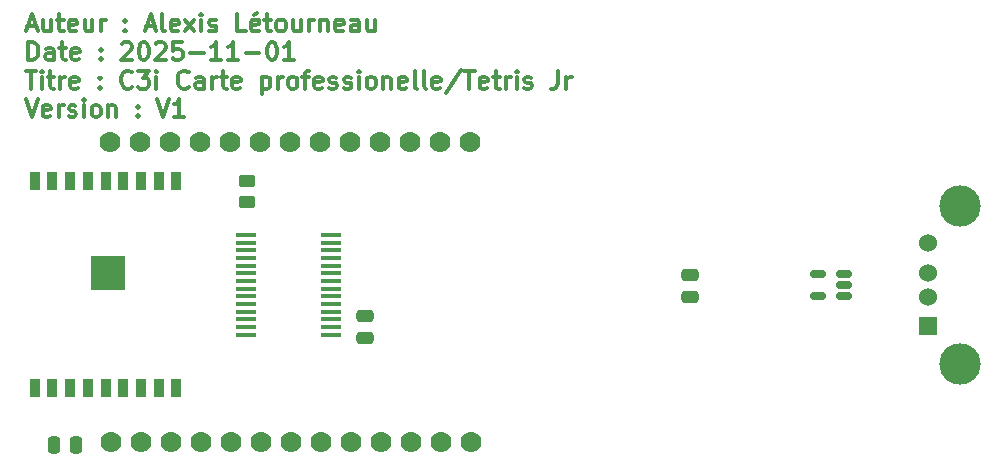
<source format=gts>
%TF.GenerationSoftware,KiCad,Pcbnew,9.0.4*%
%TF.CreationDate,2025-11-02T13:41:35-05:00*%
%TF.ProjectId,C3I_TETRIS,4333495f-5445-4545-9249-532e6b696361,rev?*%
%TF.SameCoordinates,Original*%
%TF.FileFunction,Soldermask,Top*%
%TF.FilePolarity,Negative*%
%FSLAX46Y46*%
G04 Gerber Fmt 4.6, Leading zero omitted, Abs format (unit mm)*
G04 Created by KiCad (PCBNEW 9.0.4) date 2025-11-02 13:41:35*
%MOMM*%
%LPD*%
G01*
G04 APERTURE LIST*
G04 Aperture macros list*
%AMRoundRect*
0 Rectangle with rounded corners*
0 $1 Rounding radius*
0 $2 $3 $4 $5 $6 $7 $8 $9 X,Y pos of 4 corners*
0 Add a 4 corners polygon primitive as box body*
4,1,4,$2,$3,$4,$5,$6,$7,$8,$9,$2,$3,0*
0 Add four circle primitives for the rounded corners*
1,1,$1+$1,$2,$3*
1,1,$1+$1,$4,$5*
1,1,$1+$1,$6,$7*
1,1,$1+$1,$8,$9*
0 Add four rect primitives between the rounded corners*
20,1,$1+$1,$2,$3,$4,$5,0*
20,1,$1+$1,$4,$5,$6,$7,0*
20,1,$1+$1,$6,$7,$8,$9,0*
20,1,$1+$1,$8,$9,$2,$3,0*%
G04 Aperture macros list end*
%ADD10C,0.300000*%
%ADD11RoundRect,0.150000X0.512500X0.150000X-0.512500X0.150000X-0.512500X-0.150000X0.512500X-0.150000X0*%
%ADD12C,1.778000*%
%ADD13RoundRect,0.250000X-0.475000X0.250000X-0.475000X-0.250000X0.475000X-0.250000X0.475000X0.250000X0*%
%ADD14R,1.750000X0.450000*%
%ADD15RoundRect,0.250000X0.250000X0.475000X-0.250000X0.475000X-0.250000X-0.475000X0.250000X-0.475000X0*%
%ADD16R,1.524000X1.524000*%
%ADD17C,1.524000*%
%ADD18C,3.500000*%
%ADD19RoundRect,0.250000X-0.450000X0.262500X-0.450000X-0.262500X0.450000X-0.262500X0.450000X0.262500X0*%
%ADD20R,0.900000X1.500000*%
%ADD21C,0.600000*%
%ADD22R,2.900000X2.900000*%
G04 APERTURE END LIST*
D10*
X117933082Y-72627509D02*
X118647368Y-72627509D01*
X117790225Y-73056080D02*
X118290225Y-71556080D01*
X118290225Y-71556080D02*
X118790225Y-73056080D01*
X119933082Y-72056080D02*
X119933082Y-73056080D01*
X119290224Y-72056080D02*
X119290224Y-72841794D01*
X119290224Y-72841794D02*
X119361653Y-72984652D01*
X119361653Y-72984652D02*
X119504510Y-73056080D01*
X119504510Y-73056080D02*
X119718796Y-73056080D01*
X119718796Y-73056080D02*
X119861653Y-72984652D01*
X119861653Y-72984652D02*
X119933082Y-72913223D01*
X120433082Y-72056080D02*
X121004510Y-72056080D01*
X120647367Y-71556080D02*
X120647367Y-72841794D01*
X120647367Y-72841794D02*
X120718796Y-72984652D01*
X120718796Y-72984652D02*
X120861653Y-73056080D01*
X120861653Y-73056080D02*
X121004510Y-73056080D01*
X122075939Y-72984652D02*
X121933082Y-73056080D01*
X121933082Y-73056080D02*
X121647368Y-73056080D01*
X121647368Y-73056080D02*
X121504510Y-72984652D01*
X121504510Y-72984652D02*
X121433082Y-72841794D01*
X121433082Y-72841794D02*
X121433082Y-72270366D01*
X121433082Y-72270366D02*
X121504510Y-72127509D01*
X121504510Y-72127509D02*
X121647368Y-72056080D01*
X121647368Y-72056080D02*
X121933082Y-72056080D01*
X121933082Y-72056080D02*
X122075939Y-72127509D01*
X122075939Y-72127509D02*
X122147368Y-72270366D01*
X122147368Y-72270366D02*
X122147368Y-72413223D01*
X122147368Y-72413223D02*
X121433082Y-72556080D01*
X123433082Y-72056080D02*
X123433082Y-73056080D01*
X122790224Y-72056080D02*
X122790224Y-72841794D01*
X122790224Y-72841794D02*
X122861653Y-72984652D01*
X122861653Y-72984652D02*
X123004510Y-73056080D01*
X123004510Y-73056080D02*
X123218796Y-73056080D01*
X123218796Y-73056080D02*
X123361653Y-72984652D01*
X123361653Y-72984652D02*
X123433082Y-72913223D01*
X124147367Y-73056080D02*
X124147367Y-72056080D01*
X124147367Y-72341794D02*
X124218796Y-72198937D01*
X124218796Y-72198937D02*
X124290225Y-72127509D01*
X124290225Y-72127509D02*
X124433082Y-72056080D01*
X124433082Y-72056080D02*
X124575939Y-72056080D01*
X126218795Y-72913223D02*
X126290224Y-72984652D01*
X126290224Y-72984652D02*
X126218795Y-73056080D01*
X126218795Y-73056080D02*
X126147367Y-72984652D01*
X126147367Y-72984652D02*
X126218795Y-72913223D01*
X126218795Y-72913223D02*
X126218795Y-73056080D01*
X126218795Y-72127509D02*
X126290224Y-72198937D01*
X126290224Y-72198937D02*
X126218795Y-72270366D01*
X126218795Y-72270366D02*
X126147367Y-72198937D01*
X126147367Y-72198937D02*
X126218795Y-72127509D01*
X126218795Y-72127509D02*
X126218795Y-72270366D01*
X128004510Y-72627509D02*
X128718796Y-72627509D01*
X127861653Y-73056080D02*
X128361653Y-71556080D01*
X128361653Y-71556080D02*
X128861653Y-73056080D01*
X129575938Y-73056080D02*
X129433081Y-72984652D01*
X129433081Y-72984652D02*
X129361652Y-72841794D01*
X129361652Y-72841794D02*
X129361652Y-71556080D01*
X130718795Y-72984652D02*
X130575938Y-73056080D01*
X130575938Y-73056080D02*
X130290224Y-73056080D01*
X130290224Y-73056080D02*
X130147366Y-72984652D01*
X130147366Y-72984652D02*
X130075938Y-72841794D01*
X130075938Y-72841794D02*
X130075938Y-72270366D01*
X130075938Y-72270366D02*
X130147366Y-72127509D01*
X130147366Y-72127509D02*
X130290224Y-72056080D01*
X130290224Y-72056080D02*
X130575938Y-72056080D01*
X130575938Y-72056080D02*
X130718795Y-72127509D01*
X130718795Y-72127509D02*
X130790224Y-72270366D01*
X130790224Y-72270366D02*
X130790224Y-72413223D01*
X130790224Y-72413223D02*
X130075938Y-72556080D01*
X131290223Y-73056080D02*
X132075938Y-72056080D01*
X131290223Y-72056080D02*
X132075938Y-73056080D01*
X132647366Y-73056080D02*
X132647366Y-72056080D01*
X132647366Y-71556080D02*
X132575938Y-71627509D01*
X132575938Y-71627509D02*
X132647366Y-71698937D01*
X132647366Y-71698937D02*
X132718795Y-71627509D01*
X132718795Y-71627509D02*
X132647366Y-71556080D01*
X132647366Y-71556080D02*
X132647366Y-71698937D01*
X133290224Y-72984652D02*
X133433081Y-73056080D01*
X133433081Y-73056080D02*
X133718795Y-73056080D01*
X133718795Y-73056080D02*
X133861652Y-72984652D01*
X133861652Y-72984652D02*
X133933081Y-72841794D01*
X133933081Y-72841794D02*
X133933081Y-72770366D01*
X133933081Y-72770366D02*
X133861652Y-72627509D01*
X133861652Y-72627509D02*
X133718795Y-72556080D01*
X133718795Y-72556080D02*
X133504510Y-72556080D01*
X133504510Y-72556080D02*
X133361652Y-72484652D01*
X133361652Y-72484652D02*
X133290224Y-72341794D01*
X133290224Y-72341794D02*
X133290224Y-72270366D01*
X133290224Y-72270366D02*
X133361652Y-72127509D01*
X133361652Y-72127509D02*
X133504510Y-72056080D01*
X133504510Y-72056080D02*
X133718795Y-72056080D01*
X133718795Y-72056080D02*
X133861652Y-72127509D01*
X136433081Y-73056080D02*
X135718795Y-73056080D01*
X135718795Y-73056080D02*
X135718795Y-71556080D01*
X137504510Y-72984652D02*
X137361653Y-73056080D01*
X137361653Y-73056080D02*
X137075939Y-73056080D01*
X137075939Y-73056080D02*
X136933081Y-72984652D01*
X136933081Y-72984652D02*
X136861653Y-72841794D01*
X136861653Y-72841794D02*
X136861653Y-72270366D01*
X136861653Y-72270366D02*
X136933081Y-72127509D01*
X136933081Y-72127509D02*
X137075939Y-72056080D01*
X137075939Y-72056080D02*
X137361653Y-72056080D01*
X137361653Y-72056080D02*
X137504510Y-72127509D01*
X137504510Y-72127509D02*
X137575939Y-72270366D01*
X137575939Y-72270366D02*
X137575939Y-72413223D01*
X137575939Y-72413223D02*
X136861653Y-72556080D01*
X137361653Y-71484652D02*
X137147367Y-71698937D01*
X138004510Y-72056080D02*
X138575938Y-72056080D01*
X138218795Y-71556080D02*
X138218795Y-72841794D01*
X138218795Y-72841794D02*
X138290224Y-72984652D01*
X138290224Y-72984652D02*
X138433081Y-73056080D01*
X138433081Y-73056080D02*
X138575938Y-73056080D01*
X139290224Y-73056080D02*
X139147367Y-72984652D01*
X139147367Y-72984652D02*
X139075938Y-72913223D01*
X139075938Y-72913223D02*
X139004510Y-72770366D01*
X139004510Y-72770366D02*
X139004510Y-72341794D01*
X139004510Y-72341794D02*
X139075938Y-72198937D01*
X139075938Y-72198937D02*
X139147367Y-72127509D01*
X139147367Y-72127509D02*
X139290224Y-72056080D01*
X139290224Y-72056080D02*
X139504510Y-72056080D01*
X139504510Y-72056080D02*
X139647367Y-72127509D01*
X139647367Y-72127509D02*
X139718796Y-72198937D01*
X139718796Y-72198937D02*
X139790224Y-72341794D01*
X139790224Y-72341794D02*
X139790224Y-72770366D01*
X139790224Y-72770366D02*
X139718796Y-72913223D01*
X139718796Y-72913223D02*
X139647367Y-72984652D01*
X139647367Y-72984652D02*
X139504510Y-73056080D01*
X139504510Y-73056080D02*
X139290224Y-73056080D01*
X141075939Y-72056080D02*
X141075939Y-73056080D01*
X140433081Y-72056080D02*
X140433081Y-72841794D01*
X140433081Y-72841794D02*
X140504510Y-72984652D01*
X140504510Y-72984652D02*
X140647367Y-73056080D01*
X140647367Y-73056080D02*
X140861653Y-73056080D01*
X140861653Y-73056080D02*
X141004510Y-72984652D01*
X141004510Y-72984652D02*
X141075939Y-72913223D01*
X141790224Y-73056080D02*
X141790224Y-72056080D01*
X141790224Y-72341794D02*
X141861653Y-72198937D01*
X141861653Y-72198937D02*
X141933082Y-72127509D01*
X141933082Y-72127509D02*
X142075939Y-72056080D01*
X142075939Y-72056080D02*
X142218796Y-72056080D01*
X142718795Y-72056080D02*
X142718795Y-73056080D01*
X142718795Y-72198937D02*
X142790224Y-72127509D01*
X142790224Y-72127509D02*
X142933081Y-72056080D01*
X142933081Y-72056080D02*
X143147367Y-72056080D01*
X143147367Y-72056080D02*
X143290224Y-72127509D01*
X143290224Y-72127509D02*
X143361653Y-72270366D01*
X143361653Y-72270366D02*
X143361653Y-73056080D01*
X144647367Y-72984652D02*
X144504510Y-73056080D01*
X144504510Y-73056080D02*
X144218796Y-73056080D01*
X144218796Y-73056080D02*
X144075938Y-72984652D01*
X144075938Y-72984652D02*
X144004510Y-72841794D01*
X144004510Y-72841794D02*
X144004510Y-72270366D01*
X144004510Y-72270366D02*
X144075938Y-72127509D01*
X144075938Y-72127509D02*
X144218796Y-72056080D01*
X144218796Y-72056080D02*
X144504510Y-72056080D01*
X144504510Y-72056080D02*
X144647367Y-72127509D01*
X144647367Y-72127509D02*
X144718796Y-72270366D01*
X144718796Y-72270366D02*
X144718796Y-72413223D01*
X144718796Y-72413223D02*
X144004510Y-72556080D01*
X146004510Y-73056080D02*
X146004510Y-72270366D01*
X146004510Y-72270366D02*
X145933081Y-72127509D01*
X145933081Y-72127509D02*
X145790224Y-72056080D01*
X145790224Y-72056080D02*
X145504510Y-72056080D01*
X145504510Y-72056080D02*
X145361652Y-72127509D01*
X146004510Y-72984652D02*
X145861652Y-73056080D01*
X145861652Y-73056080D02*
X145504510Y-73056080D01*
X145504510Y-73056080D02*
X145361652Y-72984652D01*
X145361652Y-72984652D02*
X145290224Y-72841794D01*
X145290224Y-72841794D02*
X145290224Y-72698937D01*
X145290224Y-72698937D02*
X145361652Y-72556080D01*
X145361652Y-72556080D02*
X145504510Y-72484652D01*
X145504510Y-72484652D02*
X145861652Y-72484652D01*
X145861652Y-72484652D02*
X146004510Y-72413223D01*
X147361653Y-72056080D02*
X147361653Y-73056080D01*
X146718795Y-72056080D02*
X146718795Y-72841794D01*
X146718795Y-72841794D02*
X146790224Y-72984652D01*
X146790224Y-72984652D02*
X146933081Y-73056080D01*
X146933081Y-73056080D02*
X147147367Y-73056080D01*
X147147367Y-73056080D02*
X147290224Y-72984652D01*
X147290224Y-72984652D02*
X147361653Y-72913223D01*
X118004510Y-75470996D02*
X118004510Y-73970996D01*
X118004510Y-73970996D02*
X118361653Y-73970996D01*
X118361653Y-73970996D02*
X118575939Y-74042425D01*
X118575939Y-74042425D02*
X118718796Y-74185282D01*
X118718796Y-74185282D02*
X118790225Y-74328139D01*
X118790225Y-74328139D02*
X118861653Y-74613853D01*
X118861653Y-74613853D02*
X118861653Y-74828139D01*
X118861653Y-74828139D02*
X118790225Y-75113853D01*
X118790225Y-75113853D02*
X118718796Y-75256710D01*
X118718796Y-75256710D02*
X118575939Y-75399568D01*
X118575939Y-75399568D02*
X118361653Y-75470996D01*
X118361653Y-75470996D02*
X118004510Y-75470996D01*
X120147368Y-75470996D02*
X120147368Y-74685282D01*
X120147368Y-74685282D02*
X120075939Y-74542425D01*
X120075939Y-74542425D02*
X119933082Y-74470996D01*
X119933082Y-74470996D02*
X119647368Y-74470996D01*
X119647368Y-74470996D02*
X119504510Y-74542425D01*
X120147368Y-75399568D02*
X120004510Y-75470996D01*
X120004510Y-75470996D02*
X119647368Y-75470996D01*
X119647368Y-75470996D02*
X119504510Y-75399568D01*
X119504510Y-75399568D02*
X119433082Y-75256710D01*
X119433082Y-75256710D02*
X119433082Y-75113853D01*
X119433082Y-75113853D02*
X119504510Y-74970996D01*
X119504510Y-74970996D02*
X119647368Y-74899568D01*
X119647368Y-74899568D02*
X120004510Y-74899568D01*
X120004510Y-74899568D02*
X120147368Y-74828139D01*
X120647368Y-74470996D02*
X121218796Y-74470996D01*
X120861653Y-73970996D02*
X120861653Y-75256710D01*
X120861653Y-75256710D02*
X120933082Y-75399568D01*
X120933082Y-75399568D02*
X121075939Y-75470996D01*
X121075939Y-75470996D02*
X121218796Y-75470996D01*
X122290225Y-75399568D02*
X122147368Y-75470996D01*
X122147368Y-75470996D02*
X121861654Y-75470996D01*
X121861654Y-75470996D02*
X121718796Y-75399568D01*
X121718796Y-75399568D02*
X121647368Y-75256710D01*
X121647368Y-75256710D02*
X121647368Y-74685282D01*
X121647368Y-74685282D02*
X121718796Y-74542425D01*
X121718796Y-74542425D02*
X121861654Y-74470996D01*
X121861654Y-74470996D02*
X122147368Y-74470996D01*
X122147368Y-74470996D02*
X122290225Y-74542425D01*
X122290225Y-74542425D02*
X122361654Y-74685282D01*
X122361654Y-74685282D02*
X122361654Y-74828139D01*
X122361654Y-74828139D02*
X121647368Y-74970996D01*
X124147367Y-75328139D02*
X124218796Y-75399568D01*
X124218796Y-75399568D02*
X124147367Y-75470996D01*
X124147367Y-75470996D02*
X124075939Y-75399568D01*
X124075939Y-75399568D02*
X124147367Y-75328139D01*
X124147367Y-75328139D02*
X124147367Y-75470996D01*
X124147367Y-74542425D02*
X124218796Y-74613853D01*
X124218796Y-74613853D02*
X124147367Y-74685282D01*
X124147367Y-74685282D02*
X124075939Y-74613853D01*
X124075939Y-74613853D02*
X124147367Y-74542425D01*
X124147367Y-74542425D02*
X124147367Y-74685282D01*
X125933082Y-74113853D02*
X126004510Y-74042425D01*
X126004510Y-74042425D02*
X126147368Y-73970996D01*
X126147368Y-73970996D02*
X126504510Y-73970996D01*
X126504510Y-73970996D02*
X126647368Y-74042425D01*
X126647368Y-74042425D02*
X126718796Y-74113853D01*
X126718796Y-74113853D02*
X126790225Y-74256710D01*
X126790225Y-74256710D02*
X126790225Y-74399568D01*
X126790225Y-74399568D02*
X126718796Y-74613853D01*
X126718796Y-74613853D02*
X125861653Y-75470996D01*
X125861653Y-75470996D02*
X126790225Y-75470996D01*
X127718796Y-73970996D02*
X127861653Y-73970996D01*
X127861653Y-73970996D02*
X128004510Y-74042425D01*
X128004510Y-74042425D02*
X128075939Y-74113853D01*
X128075939Y-74113853D02*
X128147367Y-74256710D01*
X128147367Y-74256710D02*
X128218796Y-74542425D01*
X128218796Y-74542425D02*
X128218796Y-74899568D01*
X128218796Y-74899568D02*
X128147367Y-75185282D01*
X128147367Y-75185282D02*
X128075939Y-75328139D01*
X128075939Y-75328139D02*
X128004510Y-75399568D01*
X128004510Y-75399568D02*
X127861653Y-75470996D01*
X127861653Y-75470996D02*
X127718796Y-75470996D01*
X127718796Y-75470996D02*
X127575939Y-75399568D01*
X127575939Y-75399568D02*
X127504510Y-75328139D01*
X127504510Y-75328139D02*
X127433081Y-75185282D01*
X127433081Y-75185282D02*
X127361653Y-74899568D01*
X127361653Y-74899568D02*
X127361653Y-74542425D01*
X127361653Y-74542425D02*
X127433081Y-74256710D01*
X127433081Y-74256710D02*
X127504510Y-74113853D01*
X127504510Y-74113853D02*
X127575939Y-74042425D01*
X127575939Y-74042425D02*
X127718796Y-73970996D01*
X128790224Y-74113853D02*
X128861652Y-74042425D01*
X128861652Y-74042425D02*
X129004510Y-73970996D01*
X129004510Y-73970996D02*
X129361652Y-73970996D01*
X129361652Y-73970996D02*
X129504510Y-74042425D01*
X129504510Y-74042425D02*
X129575938Y-74113853D01*
X129575938Y-74113853D02*
X129647367Y-74256710D01*
X129647367Y-74256710D02*
X129647367Y-74399568D01*
X129647367Y-74399568D02*
X129575938Y-74613853D01*
X129575938Y-74613853D02*
X128718795Y-75470996D01*
X128718795Y-75470996D02*
X129647367Y-75470996D01*
X131004509Y-73970996D02*
X130290223Y-73970996D01*
X130290223Y-73970996D02*
X130218795Y-74685282D01*
X130218795Y-74685282D02*
X130290223Y-74613853D01*
X130290223Y-74613853D02*
X130433081Y-74542425D01*
X130433081Y-74542425D02*
X130790223Y-74542425D01*
X130790223Y-74542425D02*
X130933081Y-74613853D01*
X130933081Y-74613853D02*
X131004509Y-74685282D01*
X131004509Y-74685282D02*
X131075938Y-74828139D01*
X131075938Y-74828139D02*
X131075938Y-75185282D01*
X131075938Y-75185282D02*
X131004509Y-75328139D01*
X131004509Y-75328139D02*
X130933081Y-75399568D01*
X130933081Y-75399568D02*
X130790223Y-75470996D01*
X130790223Y-75470996D02*
X130433081Y-75470996D01*
X130433081Y-75470996D02*
X130290223Y-75399568D01*
X130290223Y-75399568D02*
X130218795Y-75328139D01*
X131718794Y-74899568D02*
X132861652Y-74899568D01*
X134361652Y-75470996D02*
X133504509Y-75470996D01*
X133933080Y-75470996D02*
X133933080Y-73970996D01*
X133933080Y-73970996D02*
X133790223Y-74185282D01*
X133790223Y-74185282D02*
X133647366Y-74328139D01*
X133647366Y-74328139D02*
X133504509Y-74399568D01*
X135790223Y-75470996D02*
X134933080Y-75470996D01*
X135361651Y-75470996D02*
X135361651Y-73970996D01*
X135361651Y-73970996D02*
X135218794Y-74185282D01*
X135218794Y-74185282D02*
X135075937Y-74328139D01*
X135075937Y-74328139D02*
X134933080Y-74399568D01*
X136433079Y-74899568D02*
X137575937Y-74899568D01*
X138575937Y-73970996D02*
X138718794Y-73970996D01*
X138718794Y-73970996D02*
X138861651Y-74042425D01*
X138861651Y-74042425D02*
X138933080Y-74113853D01*
X138933080Y-74113853D02*
X139004508Y-74256710D01*
X139004508Y-74256710D02*
X139075937Y-74542425D01*
X139075937Y-74542425D02*
X139075937Y-74899568D01*
X139075937Y-74899568D02*
X139004508Y-75185282D01*
X139004508Y-75185282D02*
X138933080Y-75328139D01*
X138933080Y-75328139D02*
X138861651Y-75399568D01*
X138861651Y-75399568D02*
X138718794Y-75470996D01*
X138718794Y-75470996D02*
X138575937Y-75470996D01*
X138575937Y-75470996D02*
X138433080Y-75399568D01*
X138433080Y-75399568D02*
X138361651Y-75328139D01*
X138361651Y-75328139D02*
X138290222Y-75185282D01*
X138290222Y-75185282D02*
X138218794Y-74899568D01*
X138218794Y-74899568D02*
X138218794Y-74542425D01*
X138218794Y-74542425D02*
X138290222Y-74256710D01*
X138290222Y-74256710D02*
X138361651Y-74113853D01*
X138361651Y-74113853D02*
X138433080Y-74042425D01*
X138433080Y-74042425D02*
X138575937Y-73970996D01*
X140504508Y-75470996D02*
X139647365Y-75470996D01*
X140075936Y-75470996D02*
X140075936Y-73970996D01*
X140075936Y-73970996D02*
X139933079Y-74185282D01*
X139933079Y-74185282D02*
X139790222Y-74328139D01*
X139790222Y-74328139D02*
X139647365Y-74399568D01*
X117790225Y-76385912D02*
X118647368Y-76385912D01*
X118218796Y-77885912D02*
X118218796Y-76385912D01*
X119147367Y-77885912D02*
X119147367Y-76885912D01*
X119147367Y-76385912D02*
X119075939Y-76457341D01*
X119075939Y-76457341D02*
X119147367Y-76528769D01*
X119147367Y-76528769D02*
X119218796Y-76457341D01*
X119218796Y-76457341D02*
X119147367Y-76385912D01*
X119147367Y-76385912D02*
X119147367Y-76528769D01*
X119647368Y-76885912D02*
X120218796Y-76885912D01*
X119861653Y-76385912D02*
X119861653Y-77671626D01*
X119861653Y-77671626D02*
X119933082Y-77814484D01*
X119933082Y-77814484D02*
X120075939Y-77885912D01*
X120075939Y-77885912D02*
X120218796Y-77885912D01*
X120718796Y-77885912D02*
X120718796Y-76885912D01*
X120718796Y-77171626D02*
X120790225Y-77028769D01*
X120790225Y-77028769D02*
X120861654Y-76957341D01*
X120861654Y-76957341D02*
X121004511Y-76885912D01*
X121004511Y-76885912D02*
X121147368Y-76885912D01*
X122218796Y-77814484D02*
X122075939Y-77885912D01*
X122075939Y-77885912D02*
X121790225Y-77885912D01*
X121790225Y-77885912D02*
X121647367Y-77814484D01*
X121647367Y-77814484D02*
X121575939Y-77671626D01*
X121575939Y-77671626D02*
X121575939Y-77100198D01*
X121575939Y-77100198D02*
X121647367Y-76957341D01*
X121647367Y-76957341D02*
X121790225Y-76885912D01*
X121790225Y-76885912D02*
X122075939Y-76885912D01*
X122075939Y-76885912D02*
X122218796Y-76957341D01*
X122218796Y-76957341D02*
X122290225Y-77100198D01*
X122290225Y-77100198D02*
X122290225Y-77243055D01*
X122290225Y-77243055D02*
X121575939Y-77385912D01*
X124075938Y-77743055D02*
X124147367Y-77814484D01*
X124147367Y-77814484D02*
X124075938Y-77885912D01*
X124075938Y-77885912D02*
X124004510Y-77814484D01*
X124004510Y-77814484D02*
X124075938Y-77743055D01*
X124075938Y-77743055D02*
X124075938Y-77885912D01*
X124075938Y-76957341D02*
X124147367Y-77028769D01*
X124147367Y-77028769D02*
X124075938Y-77100198D01*
X124075938Y-77100198D02*
X124004510Y-77028769D01*
X124004510Y-77028769D02*
X124075938Y-76957341D01*
X124075938Y-76957341D02*
X124075938Y-77100198D01*
X126790224Y-77743055D02*
X126718796Y-77814484D01*
X126718796Y-77814484D02*
X126504510Y-77885912D01*
X126504510Y-77885912D02*
X126361653Y-77885912D01*
X126361653Y-77885912D02*
X126147367Y-77814484D01*
X126147367Y-77814484D02*
X126004510Y-77671626D01*
X126004510Y-77671626D02*
X125933081Y-77528769D01*
X125933081Y-77528769D02*
X125861653Y-77243055D01*
X125861653Y-77243055D02*
X125861653Y-77028769D01*
X125861653Y-77028769D02*
X125933081Y-76743055D01*
X125933081Y-76743055D02*
X126004510Y-76600198D01*
X126004510Y-76600198D02*
X126147367Y-76457341D01*
X126147367Y-76457341D02*
X126361653Y-76385912D01*
X126361653Y-76385912D02*
X126504510Y-76385912D01*
X126504510Y-76385912D02*
X126718796Y-76457341D01*
X126718796Y-76457341D02*
X126790224Y-76528769D01*
X127290224Y-76385912D02*
X128218796Y-76385912D01*
X128218796Y-76385912D02*
X127718796Y-76957341D01*
X127718796Y-76957341D02*
X127933081Y-76957341D01*
X127933081Y-76957341D02*
X128075939Y-77028769D01*
X128075939Y-77028769D02*
X128147367Y-77100198D01*
X128147367Y-77100198D02*
X128218796Y-77243055D01*
X128218796Y-77243055D02*
X128218796Y-77600198D01*
X128218796Y-77600198D02*
X128147367Y-77743055D01*
X128147367Y-77743055D02*
X128075939Y-77814484D01*
X128075939Y-77814484D02*
X127933081Y-77885912D01*
X127933081Y-77885912D02*
X127504510Y-77885912D01*
X127504510Y-77885912D02*
X127361653Y-77814484D01*
X127361653Y-77814484D02*
X127290224Y-77743055D01*
X128861652Y-77885912D02*
X128861652Y-76885912D01*
X128861652Y-76385912D02*
X128790224Y-76457341D01*
X128790224Y-76457341D02*
X128861652Y-76528769D01*
X128861652Y-76528769D02*
X128933081Y-76457341D01*
X128933081Y-76457341D02*
X128861652Y-76385912D01*
X128861652Y-76385912D02*
X128861652Y-76528769D01*
X131575938Y-77743055D02*
X131504510Y-77814484D01*
X131504510Y-77814484D02*
X131290224Y-77885912D01*
X131290224Y-77885912D02*
X131147367Y-77885912D01*
X131147367Y-77885912D02*
X130933081Y-77814484D01*
X130933081Y-77814484D02*
X130790224Y-77671626D01*
X130790224Y-77671626D02*
X130718795Y-77528769D01*
X130718795Y-77528769D02*
X130647367Y-77243055D01*
X130647367Y-77243055D02*
X130647367Y-77028769D01*
X130647367Y-77028769D02*
X130718795Y-76743055D01*
X130718795Y-76743055D02*
X130790224Y-76600198D01*
X130790224Y-76600198D02*
X130933081Y-76457341D01*
X130933081Y-76457341D02*
X131147367Y-76385912D01*
X131147367Y-76385912D02*
X131290224Y-76385912D01*
X131290224Y-76385912D02*
X131504510Y-76457341D01*
X131504510Y-76457341D02*
X131575938Y-76528769D01*
X132861653Y-77885912D02*
X132861653Y-77100198D01*
X132861653Y-77100198D02*
X132790224Y-76957341D01*
X132790224Y-76957341D02*
X132647367Y-76885912D01*
X132647367Y-76885912D02*
X132361653Y-76885912D01*
X132361653Y-76885912D02*
X132218795Y-76957341D01*
X132861653Y-77814484D02*
X132718795Y-77885912D01*
X132718795Y-77885912D02*
X132361653Y-77885912D01*
X132361653Y-77885912D02*
X132218795Y-77814484D01*
X132218795Y-77814484D02*
X132147367Y-77671626D01*
X132147367Y-77671626D02*
X132147367Y-77528769D01*
X132147367Y-77528769D02*
X132218795Y-77385912D01*
X132218795Y-77385912D02*
X132361653Y-77314484D01*
X132361653Y-77314484D02*
X132718795Y-77314484D01*
X132718795Y-77314484D02*
X132861653Y-77243055D01*
X133575938Y-77885912D02*
X133575938Y-76885912D01*
X133575938Y-77171626D02*
X133647367Y-77028769D01*
X133647367Y-77028769D02*
X133718796Y-76957341D01*
X133718796Y-76957341D02*
X133861653Y-76885912D01*
X133861653Y-76885912D02*
X134004510Y-76885912D01*
X134290224Y-76885912D02*
X134861652Y-76885912D01*
X134504509Y-76385912D02*
X134504509Y-77671626D01*
X134504509Y-77671626D02*
X134575938Y-77814484D01*
X134575938Y-77814484D02*
X134718795Y-77885912D01*
X134718795Y-77885912D02*
X134861652Y-77885912D01*
X135933081Y-77814484D02*
X135790224Y-77885912D01*
X135790224Y-77885912D02*
X135504510Y-77885912D01*
X135504510Y-77885912D02*
X135361652Y-77814484D01*
X135361652Y-77814484D02*
X135290224Y-77671626D01*
X135290224Y-77671626D02*
X135290224Y-77100198D01*
X135290224Y-77100198D02*
X135361652Y-76957341D01*
X135361652Y-76957341D02*
X135504510Y-76885912D01*
X135504510Y-76885912D02*
X135790224Y-76885912D01*
X135790224Y-76885912D02*
X135933081Y-76957341D01*
X135933081Y-76957341D02*
X136004510Y-77100198D01*
X136004510Y-77100198D02*
X136004510Y-77243055D01*
X136004510Y-77243055D02*
X135290224Y-77385912D01*
X137790223Y-76885912D02*
X137790223Y-78385912D01*
X137790223Y-76957341D02*
X137933081Y-76885912D01*
X137933081Y-76885912D02*
X138218795Y-76885912D01*
X138218795Y-76885912D02*
X138361652Y-76957341D01*
X138361652Y-76957341D02*
X138433081Y-77028769D01*
X138433081Y-77028769D02*
X138504509Y-77171626D01*
X138504509Y-77171626D02*
X138504509Y-77600198D01*
X138504509Y-77600198D02*
X138433081Y-77743055D01*
X138433081Y-77743055D02*
X138361652Y-77814484D01*
X138361652Y-77814484D02*
X138218795Y-77885912D01*
X138218795Y-77885912D02*
X137933081Y-77885912D01*
X137933081Y-77885912D02*
X137790223Y-77814484D01*
X139147366Y-77885912D02*
X139147366Y-76885912D01*
X139147366Y-77171626D02*
X139218795Y-77028769D01*
X139218795Y-77028769D02*
X139290224Y-76957341D01*
X139290224Y-76957341D02*
X139433081Y-76885912D01*
X139433081Y-76885912D02*
X139575938Y-76885912D01*
X140290223Y-77885912D02*
X140147366Y-77814484D01*
X140147366Y-77814484D02*
X140075937Y-77743055D01*
X140075937Y-77743055D02*
X140004509Y-77600198D01*
X140004509Y-77600198D02*
X140004509Y-77171626D01*
X140004509Y-77171626D02*
X140075937Y-77028769D01*
X140075937Y-77028769D02*
X140147366Y-76957341D01*
X140147366Y-76957341D02*
X140290223Y-76885912D01*
X140290223Y-76885912D02*
X140504509Y-76885912D01*
X140504509Y-76885912D02*
X140647366Y-76957341D01*
X140647366Y-76957341D02*
X140718795Y-77028769D01*
X140718795Y-77028769D02*
X140790223Y-77171626D01*
X140790223Y-77171626D02*
X140790223Y-77600198D01*
X140790223Y-77600198D02*
X140718795Y-77743055D01*
X140718795Y-77743055D02*
X140647366Y-77814484D01*
X140647366Y-77814484D02*
X140504509Y-77885912D01*
X140504509Y-77885912D02*
X140290223Y-77885912D01*
X141218795Y-76885912D02*
X141790223Y-76885912D01*
X141433080Y-77885912D02*
X141433080Y-76600198D01*
X141433080Y-76600198D02*
X141504509Y-76457341D01*
X141504509Y-76457341D02*
X141647366Y-76385912D01*
X141647366Y-76385912D02*
X141790223Y-76385912D01*
X142861652Y-77814484D02*
X142718795Y-77885912D01*
X142718795Y-77885912D02*
X142433081Y-77885912D01*
X142433081Y-77885912D02*
X142290223Y-77814484D01*
X142290223Y-77814484D02*
X142218795Y-77671626D01*
X142218795Y-77671626D02*
X142218795Y-77100198D01*
X142218795Y-77100198D02*
X142290223Y-76957341D01*
X142290223Y-76957341D02*
X142433081Y-76885912D01*
X142433081Y-76885912D02*
X142718795Y-76885912D01*
X142718795Y-76885912D02*
X142861652Y-76957341D01*
X142861652Y-76957341D02*
X142933081Y-77100198D01*
X142933081Y-77100198D02*
X142933081Y-77243055D01*
X142933081Y-77243055D02*
X142218795Y-77385912D01*
X143504509Y-77814484D02*
X143647366Y-77885912D01*
X143647366Y-77885912D02*
X143933080Y-77885912D01*
X143933080Y-77885912D02*
X144075937Y-77814484D01*
X144075937Y-77814484D02*
X144147366Y-77671626D01*
X144147366Y-77671626D02*
X144147366Y-77600198D01*
X144147366Y-77600198D02*
X144075937Y-77457341D01*
X144075937Y-77457341D02*
X143933080Y-77385912D01*
X143933080Y-77385912D02*
X143718795Y-77385912D01*
X143718795Y-77385912D02*
X143575937Y-77314484D01*
X143575937Y-77314484D02*
X143504509Y-77171626D01*
X143504509Y-77171626D02*
X143504509Y-77100198D01*
X143504509Y-77100198D02*
X143575937Y-76957341D01*
X143575937Y-76957341D02*
X143718795Y-76885912D01*
X143718795Y-76885912D02*
X143933080Y-76885912D01*
X143933080Y-76885912D02*
X144075937Y-76957341D01*
X144718795Y-77814484D02*
X144861652Y-77885912D01*
X144861652Y-77885912D02*
X145147366Y-77885912D01*
X145147366Y-77885912D02*
X145290223Y-77814484D01*
X145290223Y-77814484D02*
X145361652Y-77671626D01*
X145361652Y-77671626D02*
X145361652Y-77600198D01*
X145361652Y-77600198D02*
X145290223Y-77457341D01*
X145290223Y-77457341D02*
X145147366Y-77385912D01*
X145147366Y-77385912D02*
X144933081Y-77385912D01*
X144933081Y-77385912D02*
X144790223Y-77314484D01*
X144790223Y-77314484D02*
X144718795Y-77171626D01*
X144718795Y-77171626D02*
X144718795Y-77100198D01*
X144718795Y-77100198D02*
X144790223Y-76957341D01*
X144790223Y-76957341D02*
X144933081Y-76885912D01*
X144933081Y-76885912D02*
X145147366Y-76885912D01*
X145147366Y-76885912D02*
X145290223Y-76957341D01*
X146004509Y-77885912D02*
X146004509Y-76885912D01*
X146004509Y-76385912D02*
X145933081Y-76457341D01*
X145933081Y-76457341D02*
X146004509Y-76528769D01*
X146004509Y-76528769D02*
X146075938Y-76457341D01*
X146075938Y-76457341D02*
X146004509Y-76385912D01*
X146004509Y-76385912D02*
X146004509Y-76528769D01*
X146933081Y-77885912D02*
X146790224Y-77814484D01*
X146790224Y-77814484D02*
X146718795Y-77743055D01*
X146718795Y-77743055D02*
X146647367Y-77600198D01*
X146647367Y-77600198D02*
X146647367Y-77171626D01*
X146647367Y-77171626D02*
X146718795Y-77028769D01*
X146718795Y-77028769D02*
X146790224Y-76957341D01*
X146790224Y-76957341D02*
X146933081Y-76885912D01*
X146933081Y-76885912D02*
X147147367Y-76885912D01*
X147147367Y-76885912D02*
X147290224Y-76957341D01*
X147290224Y-76957341D02*
X147361653Y-77028769D01*
X147361653Y-77028769D02*
X147433081Y-77171626D01*
X147433081Y-77171626D02*
X147433081Y-77600198D01*
X147433081Y-77600198D02*
X147361653Y-77743055D01*
X147361653Y-77743055D02*
X147290224Y-77814484D01*
X147290224Y-77814484D02*
X147147367Y-77885912D01*
X147147367Y-77885912D02*
X146933081Y-77885912D01*
X148075938Y-76885912D02*
X148075938Y-77885912D01*
X148075938Y-77028769D02*
X148147367Y-76957341D01*
X148147367Y-76957341D02*
X148290224Y-76885912D01*
X148290224Y-76885912D02*
X148504510Y-76885912D01*
X148504510Y-76885912D02*
X148647367Y-76957341D01*
X148647367Y-76957341D02*
X148718796Y-77100198D01*
X148718796Y-77100198D02*
X148718796Y-77885912D01*
X150004510Y-77814484D02*
X149861653Y-77885912D01*
X149861653Y-77885912D02*
X149575939Y-77885912D01*
X149575939Y-77885912D02*
X149433081Y-77814484D01*
X149433081Y-77814484D02*
X149361653Y-77671626D01*
X149361653Y-77671626D02*
X149361653Y-77100198D01*
X149361653Y-77100198D02*
X149433081Y-76957341D01*
X149433081Y-76957341D02*
X149575939Y-76885912D01*
X149575939Y-76885912D02*
X149861653Y-76885912D01*
X149861653Y-76885912D02*
X150004510Y-76957341D01*
X150004510Y-76957341D02*
X150075939Y-77100198D01*
X150075939Y-77100198D02*
X150075939Y-77243055D01*
X150075939Y-77243055D02*
X149361653Y-77385912D01*
X150933081Y-77885912D02*
X150790224Y-77814484D01*
X150790224Y-77814484D02*
X150718795Y-77671626D01*
X150718795Y-77671626D02*
X150718795Y-76385912D01*
X151718795Y-77885912D02*
X151575938Y-77814484D01*
X151575938Y-77814484D02*
X151504509Y-77671626D01*
X151504509Y-77671626D02*
X151504509Y-76385912D01*
X152861652Y-77814484D02*
X152718795Y-77885912D01*
X152718795Y-77885912D02*
X152433081Y-77885912D01*
X152433081Y-77885912D02*
X152290223Y-77814484D01*
X152290223Y-77814484D02*
X152218795Y-77671626D01*
X152218795Y-77671626D02*
X152218795Y-77100198D01*
X152218795Y-77100198D02*
X152290223Y-76957341D01*
X152290223Y-76957341D02*
X152433081Y-76885912D01*
X152433081Y-76885912D02*
X152718795Y-76885912D01*
X152718795Y-76885912D02*
X152861652Y-76957341D01*
X152861652Y-76957341D02*
X152933081Y-77100198D01*
X152933081Y-77100198D02*
X152933081Y-77243055D01*
X152933081Y-77243055D02*
X152218795Y-77385912D01*
X154647366Y-76314484D02*
X153361652Y-78243055D01*
X154933081Y-76385912D02*
X155790224Y-76385912D01*
X155361652Y-77885912D02*
X155361652Y-76385912D01*
X156861652Y-77814484D02*
X156718795Y-77885912D01*
X156718795Y-77885912D02*
X156433081Y-77885912D01*
X156433081Y-77885912D02*
X156290223Y-77814484D01*
X156290223Y-77814484D02*
X156218795Y-77671626D01*
X156218795Y-77671626D02*
X156218795Y-77100198D01*
X156218795Y-77100198D02*
X156290223Y-76957341D01*
X156290223Y-76957341D02*
X156433081Y-76885912D01*
X156433081Y-76885912D02*
X156718795Y-76885912D01*
X156718795Y-76885912D02*
X156861652Y-76957341D01*
X156861652Y-76957341D02*
X156933081Y-77100198D01*
X156933081Y-77100198D02*
X156933081Y-77243055D01*
X156933081Y-77243055D02*
X156218795Y-77385912D01*
X157361652Y-76885912D02*
X157933080Y-76885912D01*
X157575937Y-76385912D02*
X157575937Y-77671626D01*
X157575937Y-77671626D02*
X157647366Y-77814484D01*
X157647366Y-77814484D02*
X157790223Y-77885912D01*
X157790223Y-77885912D02*
X157933080Y-77885912D01*
X158433080Y-77885912D02*
X158433080Y-76885912D01*
X158433080Y-77171626D02*
X158504509Y-77028769D01*
X158504509Y-77028769D02*
X158575938Y-76957341D01*
X158575938Y-76957341D02*
X158718795Y-76885912D01*
X158718795Y-76885912D02*
X158861652Y-76885912D01*
X159361651Y-77885912D02*
X159361651Y-76885912D01*
X159361651Y-76385912D02*
X159290223Y-76457341D01*
X159290223Y-76457341D02*
X159361651Y-76528769D01*
X159361651Y-76528769D02*
X159433080Y-76457341D01*
X159433080Y-76457341D02*
X159361651Y-76385912D01*
X159361651Y-76385912D02*
X159361651Y-76528769D01*
X160004509Y-77814484D02*
X160147366Y-77885912D01*
X160147366Y-77885912D02*
X160433080Y-77885912D01*
X160433080Y-77885912D02*
X160575937Y-77814484D01*
X160575937Y-77814484D02*
X160647366Y-77671626D01*
X160647366Y-77671626D02*
X160647366Y-77600198D01*
X160647366Y-77600198D02*
X160575937Y-77457341D01*
X160575937Y-77457341D02*
X160433080Y-77385912D01*
X160433080Y-77385912D02*
X160218795Y-77385912D01*
X160218795Y-77385912D02*
X160075937Y-77314484D01*
X160075937Y-77314484D02*
X160004509Y-77171626D01*
X160004509Y-77171626D02*
X160004509Y-77100198D01*
X160004509Y-77100198D02*
X160075937Y-76957341D01*
X160075937Y-76957341D02*
X160218795Y-76885912D01*
X160218795Y-76885912D02*
X160433080Y-76885912D01*
X160433080Y-76885912D02*
X160575937Y-76957341D01*
X162861652Y-76385912D02*
X162861652Y-77457341D01*
X162861652Y-77457341D02*
X162790223Y-77671626D01*
X162790223Y-77671626D02*
X162647366Y-77814484D01*
X162647366Y-77814484D02*
X162433080Y-77885912D01*
X162433080Y-77885912D02*
X162290223Y-77885912D01*
X163575937Y-77885912D02*
X163575937Y-76885912D01*
X163575937Y-77171626D02*
X163647366Y-77028769D01*
X163647366Y-77028769D02*
X163718795Y-76957341D01*
X163718795Y-76957341D02*
X163861652Y-76885912D01*
X163861652Y-76885912D02*
X164004509Y-76885912D01*
X117790225Y-78800828D02*
X118290225Y-80300828D01*
X118290225Y-80300828D02*
X118790225Y-78800828D01*
X119861653Y-80229400D02*
X119718796Y-80300828D01*
X119718796Y-80300828D02*
X119433082Y-80300828D01*
X119433082Y-80300828D02*
X119290224Y-80229400D01*
X119290224Y-80229400D02*
X119218796Y-80086542D01*
X119218796Y-80086542D02*
X119218796Y-79515114D01*
X119218796Y-79515114D02*
X119290224Y-79372257D01*
X119290224Y-79372257D02*
X119433082Y-79300828D01*
X119433082Y-79300828D02*
X119718796Y-79300828D01*
X119718796Y-79300828D02*
X119861653Y-79372257D01*
X119861653Y-79372257D02*
X119933082Y-79515114D01*
X119933082Y-79515114D02*
X119933082Y-79657971D01*
X119933082Y-79657971D02*
X119218796Y-79800828D01*
X120575938Y-80300828D02*
X120575938Y-79300828D01*
X120575938Y-79586542D02*
X120647367Y-79443685D01*
X120647367Y-79443685D02*
X120718796Y-79372257D01*
X120718796Y-79372257D02*
X120861653Y-79300828D01*
X120861653Y-79300828D02*
X121004510Y-79300828D01*
X121433081Y-80229400D02*
X121575938Y-80300828D01*
X121575938Y-80300828D02*
X121861652Y-80300828D01*
X121861652Y-80300828D02*
X122004509Y-80229400D01*
X122004509Y-80229400D02*
X122075938Y-80086542D01*
X122075938Y-80086542D02*
X122075938Y-80015114D01*
X122075938Y-80015114D02*
X122004509Y-79872257D01*
X122004509Y-79872257D02*
X121861652Y-79800828D01*
X121861652Y-79800828D02*
X121647367Y-79800828D01*
X121647367Y-79800828D02*
X121504509Y-79729400D01*
X121504509Y-79729400D02*
X121433081Y-79586542D01*
X121433081Y-79586542D02*
X121433081Y-79515114D01*
X121433081Y-79515114D02*
X121504509Y-79372257D01*
X121504509Y-79372257D02*
X121647367Y-79300828D01*
X121647367Y-79300828D02*
X121861652Y-79300828D01*
X121861652Y-79300828D02*
X122004509Y-79372257D01*
X122718795Y-80300828D02*
X122718795Y-79300828D01*
X122718795Y-78800828D02*
X122647367Y-78872257D01*
X122647367Y-78872257D02*
X122718795Y-78943685D01*
X122718795Y-78943685D02*
X122790224Y-78872257D01*
X122790224Y-78872257D02*
X122718795Y-78800828D01*
X122718795Y-78800828D02*
X122718795Y-78943685D01*
X123647367Y-80300828D02*
X123504510Y-80229400D01*
X123504510Y-80229400D02*
X123433081Y-80157971D01*
X123433081Y-80157971D02*
X123361653Y-80015114D01*
X123361653Y-80015114D02*
X123361653Y-79586542D01*
X123361653Y-79586542D02*
X123433081Y-79443685D01*
X123433081Y-79443685D02*
X123504510Y-79372257D01*
X123504510Y-79372257D02*
X123647367Y-79300828D01*
X123647367Y-79300828D02*
X123861653Y-79300828D01*
X123861653Y-79300828D02*
X124004510Y-79372257D01*
X124004510Y-79372257D02*
X124075939Y-79443685D01*
X124075939Y-79443685D02*
X124147367Y-79586542D01*
X124147367Y-79586542D02*
X124147367Y-80015114D01*
X124147367Y-80015114D02*
X124075939Y-80157971D01*
X124075939Y-80157971D02*
X124004510Y-80229400D01*
X124004510Y-80229400D02*
X123861653Y-80300828D01*
X123861653Y-80300828D02*
X123647367Y-80300828D01*
X124790224Y-79300828D02*
X124790224Y-80300828D01*
X124790224Y-79443685D02*
X124861653Y-79372257D01*
X124861653Y-79372257D02*
X125004510Y-79300828D01*
X125004510Y-79300828D02*
X125218796Y-79300828D01*
X125218796Y-79300828D02*
X125361653Y-79372257D01*
X125361653Y-79372257D02*
X125433082Y-79515114D01*
X125433082Y-79515114D02*
X125433082Y-80300828D01*
X127290224Y-80157971D02*
X127361653Y-80229400D01*
X127361653Y-80229400D02*
X127290224Y-80300828D01*
X127290224Y-80300828D02*
X127218796Y-80229400D01*
X127218796Y-80229400D02*
X127290224Y-80157971D01*
X127290224Y-80157971D02*
X127290224Y-80300828D01*
X127290224Y-79372257D02*
X127361653Y-79443685D01*
X127361653Y-79443685D02*
X127290224Y-79515114D01*
X127290224Y-79515114D02*
X127218796Y-79443685D01*
X127218796Y-79443685D02*
X127290224Y-79372257D01*
X127290224Y-79372257D02*
X127290224Y-79515114D01*
X128933082Y-78800828D02*
X129433082Y-80300828D01*
X129433082Y-80300828D02*
X129933082Y-78800828D01*
X131218796Y-80300828D02*
X130361653Y-80300828D01*
X130790224Y-80300828D02*
X130790224Y-78800828D01*
X130790224Y-78800828D02*
X130647367Y-79015114D01*
X130647367Y-79015114D02*
X130504510Y-79157971D01*
X130504510Y-79157971D02*
X130361653Y-79229400D01*
D11*
%TO.C,U4*%
X187112500Y-95450000D03*
X187112500Y-94500000D03*
X187112500Y-93550000D03*
X184837500Y-93550000D03*
X184837500Y-95450000D03*
%TD*%
D12*
%TO.C,JP4*%
X155380000Y-82400000D03*
X152840000Y-82400000D03*
X150300000Y-82400000D03*
X147760000Y-82400000D03*
X145220000Y-82400000D03*
X142680000Y-82400000D03*
X140140000Y-82400000D03*
X137600000Y-82400000D03*
X135060000Y-82400000D03*
X132520000Y-82400000D03*
X129980000Y-82400000D03*
X127440000Y-82400000D03*
X124900000Y-82400000D03*
%TD*%
D13*
%TO.C,C1*%
X146550000Y-97150000D03*
X146550000Y-99050000D03*
%TD*%
D12*
%TO.C,JP1*%
X155507000Y-107800000D03*
X152967000Y-107800000D03*
X150427000Y-107800000D03*
X147887000Y-107800000D03*
X145347000Y-107800000D03*
X142807000Y-107800000D03*
X140267000Y-107800000D03*
X137727000Y-107800000D03*
X135187000Y-107800000D03*
X132647000Y-107800000D03*
X130107000Y-107800000D03*
X127567000Y-107800000D03*
X125027000Y-107800000D03*
%TD*%
D14*
%TO.C,U2*%
X136450000Y-90275000D03*
X136450000Y-90925000D03*
X136450000Y-91575000D03*
X136450000Y-92225000D03*
X136450000Y-92875000D03*
X136450000Y-93525000D03*
X136450000Y-94175000D03*
X136450000Y-94825000D03*
X136450000Y-95475000D03*
X136450000Y-96125000D03*
X136450000Y-96775000D03*
X136450000Y-97425000D03*
X136450000Y-98075000D03*
X136450000Y-98725000D03*
X143650000Y-98725000D03*
X143650000Y-98075000D03*
X143650000Y-97425000D03*
X143650000Y-96775000D03*
X143650000Y-96125000D03*
X143650000Y-95475000D03*
X143650000Y-94825000D03*
X143650000Y-94175000D03*
X143650000Y-93525000D03*
X143650000Y-92875000D03*
X143650000Y-92225000D03*
X143650000Y-91575000D03*
X143650000Y-90925000D03*
X143650000Y-90275000D03*
%TD*%
D15*
%TO.C,C3*%
X122050000Y-108100000D03*
X120150000Y-108100000D03*
%TD*%
D16*
%TO.C,J1*%
X194222500Y-98000000D03*
D17*
X194222500Y-95500000D03*
X194222500Y-93500000D03*
X194222500Y-91000000D03*
D18*
X196932500Y-101175000D03*
X196932500Y-87825000D03*
%TD*%
D13*
%TO.C,C2*%
X174050000Y-93650000D03*
X174050000Y-95550000D03*
%TD*%
D19*
%TO.C,R1*%
X136550000Y-85687500D03*
X136550000Y-87512500D03*
%TD*%
D20*
%TO.C,U1*%
X118550000Y-103250000D03*
X120050000Y-103250000D03*
X121550000Y-103250000D03*
X123050000Y-103250000D03*
X124550000Y-103250000D03*
X126050000Y-103250000D03*
X127550000Y-103250000D03*
X129050000Y-103250000D03*
X130550000Y-103250000D03*
X130550000Y-85750000D03*
X129050000Y-85750000D03*
X127550000Y-85750000D03*
X126050000Y-85750000D03*
X124550000Y-85750000D03*
X123050000Y-85750000D03*
X121550000Y-85750000D03*
X120050000Y-85750000D03*
X118550000Y-85750000D03*
D21*
X124200000Y-94640000D03*
X125300000Y-94640000D03*
X123650000Y-94090000D03*
X124750000Y-94090000D03*
X125850000Y-94090000D03*
X124200000Y-93540000D03*
D22*
X124750000Y-93540000D03*
D21*
X125300000Y-93540000D03*
X123650000Y-92990000D03*
X124750000Y-92990000D03*
X125850000Y-92990000D03*
X124200000Y-92440000D03*
X125300000Y-92440000D03*
%TD*%
M02*

</source>
